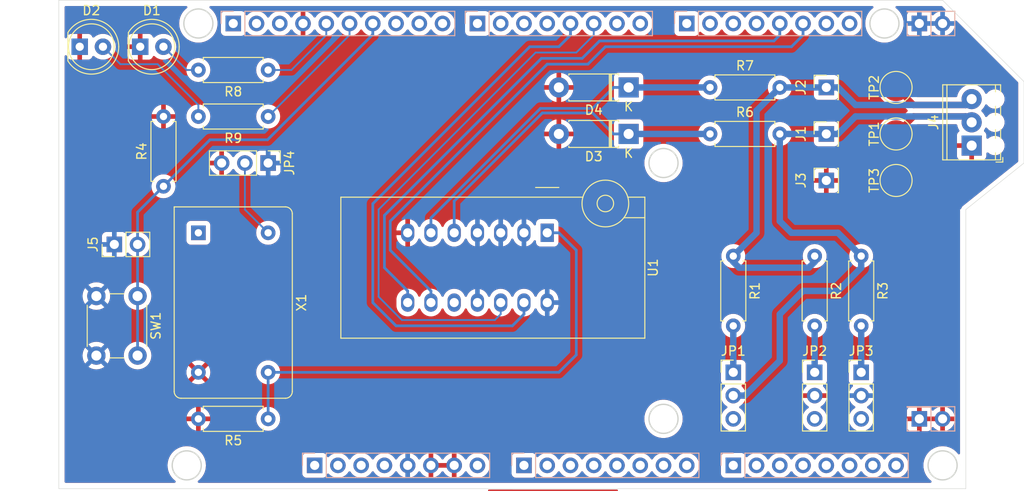
<source format=kicad_pcb>
(kicad_pcb (version 20211014) (generator pcbnew)
  (layers (0 "F.Cu" power) (31 "B.Cu" power) (34 "B.Paste" user) (35 "F.Paste" user) (36 "B.SilkS" user "B.Silkscreen") (37 "F.SilkS" user "F.Silkscreen") (38 "B.Mask" user) (39 "F.Mask" user) (44 "Edge.Cuts" user))
  (net 0 "")
  (net 2 "/IOREF")
  (net 3 "/RESET")
  (net 4 "+3V3")
  (net 5 "+5V")
  (net 6 "GND")
  (net 7 "/VIN")
  (net 8 "/A7")
  (net 9 "/A6")
  (net 10 "/A5")
  (net 11 "/A4")
  (net 12 "/A3")
  (net 13 "/A2")
  (net 14 "/A1")
  (net 15 "/A0")
  (net 16 "/A15")
  (net 17 "/A14")
  (net 18 "/A13")
  (net 19 "/A12")
  (net 20 "/A11")
  (net 21 "/A10")
  (net 22 "/A9")
  (net 23 "/A8")
  (net 24 "Net-(D1-Pad2)")
  (net 25 "/TX3")
  (net 26 "/RX3")
  (net 27 "/TX2")
  (net 28 "/RX2")
  (net 29 "/TX1")
  (net 30 "/SDA")
  (net 31 "/SCL")
  (net 32 "/D7")
  (net 33 "/D6")
  (net 34 "/D5")
  (net 35 "/D4")
  (net 36 "/D2")
  (net 37 "/TX0")
  (net 38 "/RX0")
  (net 39 "/AREF")
  (net 40 "/D13")
  (net 41 "/D12")
  (net 42 "/D10")
  (net 43 "/D9")
  (net 44 "/D8")
  (net 45 "Net-(D2-Pad2)")
  (net 46 "/BUS+")
  (net 47 "/BUS-")
  (net 48 "/CCD+")
  (net 49 "/CCD-")
  (net 50 "Net-(JP4-Pad2)")
  (net 51 "/CLK")
  (net 53 "/SCK")
  (net 54 "/Button")
  (net 55 "/CONTROL")
  (net 56 "/REC")
  (net 59 "Net-(JP2-Pad1)")
  (net 61 "Net-(JP3-Pad1)")
  (net 62 "Net-(JP1-Pad1)")
  (footprint "Resistor_THT:R_Axial_DIN0207_L6.3mm_D2.5mm_P7.62mm_Horizontal" (layer "F.Cu") (at 124.46 83.82 180)
    (fp_text reference "R8" (at 3.81 -2.37) (layer "F.SilkS"))
    (fp_text value "220Ω")
    (fp_line (start 7.08 -1.37) (end 7.08 -1.04) (layer "F.SilkS") (width 0.12))
    (fp_line (start 7.08 1.37) (end 7.08 1.04) (layer "F.SilkS") (width 0.12))
    (fp_line (start 0.54 -1.04) (end 0.54 -1.37) (layer "F.SilkS") (width 0.12))
    (fp_line (start 0.54 1.37) (end 7.08 1.37) (layer "F.SilkS") (width 0.12))
    (fp_line (start 0.54 1.04) (end 0.54 1.37) (layer "F.SilkS") (width 0.12))
    (fp_line (start 0.54 -1.37) (end 7.08 -1.37) (layer "F.SilkS") (width 0.12))
    (pad "1" thru_hole circle (at 0 0 180) (size 1.6 1.6) (drill 0.8) (layers *.Cu *.Mask) (net 40 "/D13"))
    (pad "2" thru_hole oval (at 7.62 0 180) (size 1.6 1.6) (drill 0.8) (layers *.Cu *.Mask) (net 24 "Net-(D1-Pad2)"))
  )
  (footprint "Oscillator:Oscillator_DIP-14" (layer "F.Cu") (at 116.84 101.6 -90)
    (fp_text reference "X1" (at 7.62 -11.26 90) (layer "F.SilkS"))
    (fp_text value "CXO_DIP14")
    (fp_line (start 18.07 1.89) (end 18.07 -9.51) (layer "F.SilkS") (width 0.12))
    (fp_line (start -2.83 2.64) (end 17.32 2.64) (layer "F.SilkS") (width 0.12))
    (fp_line (start -2.83 -9.51) (end -2.83 2.64) (layer "F.SilkS") (width 0.12))
    (fp_line (start 17.32 -10.26) (end -2.08 -10.26) (layer "F.SilkS") (width 0.12))
    (fp_arc (start 18.07 1.89) (mid 17.85033 2.42033) (end 17.32 2.64) (layer "F.SilkS") (width 0.12))
    (fp_arc (start 17.32 -10.26) (mid 17.85033 -10.04033) (end 18.07 -9.51) (layer "F.SilkS") (width 0.12))
    (fp_arc (start -2.83 -9.51) (mid -2.61033 -10.04033) (end -2.08 -10.26) (layer "F.SilkS") (width 0.12))
    (pad "1" thru_hole rect (at 0 0 270) (size 1.6 1.6) (drill 0.8) (layers *.Cu *.Mask))
    (pad "7" thru_hole circle (at 15.24 0 270) (size 1.6 1.6) (drill 0.8) (layers *.Cu *.Mask) (net 6 "GND"))
    (pad "8" thru_hole circle (at 15.24 -7.62 270) (size 1.6 1.6) (drill 0.8) (layers *.Cu *.Mask) (net 51 "/CLK"))
    (pad "14" thru_hole circle (at 0 -7.62 270) (size 1.6 1.6) (drill 0.8) (layers *.Cu *.Mask) (net 50 "Net-(JP4-Pad2)"))
  )
  (footprint "Button_Switch_THT:SW_PUSH_6mm" (layer "F.Cu") (at 110.2 108.51 -90)
    (fp_text reference "SW1" (at 3.25 -2 90) (layer "F.SilkS"))
    (fp_text value "SW_Push")
    (fp_line (start -0.25 1.5) (end -0.25 3) (layer "F.SilkS") (width 0.12))
    (fp_line (start 6.75 3) (end 6.75 1.5) (layer "F.SilkS") (width 0.12))
    (fp_line (start 5.5 -1) (end 1 -1) (layer "F.SilkS") (width 0.12))
    (fp_line (start 1 5.5) (end 5.5 5.5) (layer "F.SilkS") (width 0.12))
    (pad "1" thru_hole circle (at 0 0) (size 2 2) (drill 1.1) (layers *.Cu *.Mask) (net 54 "/Button"))
    (pad "1" thru_hole circle (at 6.5 0) (size 2 2) (drill 1.1) (layers *.Cu *.Mask) (net 54 "/Button"))
    (pad "2" thru_hole circle (at 0 4.5) (size 2 2) (drill 1.1) (layers *.Cu *.Mask) (net 5 "+5V"))
    (pad "2" thru_hole circle (at 6.5 4.5) (size 2 2) (drill 1.1) (layers *.Cu *.Mask) (net 5 "+5V"))
  )
  (footprint "LED_THT:LED_D5.0mm" (layer "F.Cu") (at 110.485 81.28)
    (fp_text reference "D1" (at 1.27 -3.96) (layer "F.SilkS"))
    (fp_text value "LED")
    (fp_line (start -1.29 -1.545) (end -1.29 1.545) (layer "F.SilkS") (width 0.12))
    (fp_arc (start -1.29 -1.54483) (mid 2.072002 -2.880433) (end 4.26 0.000462) (layer "F.SilkS") (width 0.12))
    (fp_arc (start 4.26 -0.000462) (mid 2.072002 2.880433) (end -1.29 1.54483) (layer "F.SilkS") (width 0.12))
    (fp_circle (center 1.27 0) (end 3.77 0) (layer "F.SilkS") (width 0.12) (fill none))
    (pad "1" thru_hole rect (at 0 0) (size 1.8 1.8) (drill 0.9) (layers *.Cu *.Mask) (net 6 "GND"))
    (pad "2" thru_hole circle (at 2.54 0) (size 1.8 1.8) (drill 0.9) (layers *.Cu *.Mask) (net 24 "Net-(D1-Pad2)"))
  )
  (footprint "Resistor_THT:R_Axial_DIN0207_L6.3mm_D2.5mm_P7.62mm_Horizontal" (layer "F.Cu") (at 189.23 104.14 -90)
    (fp_text reference "R3" (at 3.81 -2.37 90) (layer "F.SilkS"))
    (fp_text value "13kΩ")
    (fp_line (start 0.54 -1.04) (end 0.54 -1.37) (layer "F.SilkS") (width 0.12))
    (fp_line (start 7.08 -1.37) (end 7.08 -1.04) (layer "F.SilkS") (width 0.12))
    (fp_line (start 0.54 1.04) (end 0.54 1.37) (layer "F.SilkS") (width 0.12))
    (fp_line (start 0.54 -1.37) (end 7.08 -1.37) (layer "F.SilkS") (width 0.12))
    (fp_line (start 0.54 1.37) (end 7.08 1.37) (layer "F.SilkS") (width 0.12))
    (fp_line (start 7.08 1.37) (end 7.08 1.04) (layer "F.SilkS") (width 0.12))
    (pad "1" thru_hole circle (at 0 0 270) (size 1.6 1.6) (drill 0.8) (layers *.Cu *.Mask) (net 48 "/CCD+"))
    (pad "2" thru_hole oval (at 7.62 0 270) (size 1.6 1.6) (drill 0.8) (layers *.Cu *.Mask) (net 61 "Net-(JP3-Pad1)"))
  )
  (footprint "Connector_PinHeader_2.54mm:PinHeader_1x02_P2.54mm_Vertical" (layer "F.Cu") (at 107.66 102.87 90)
    (fp_text reference "J5" (at 0 -2.33 90) (layer "F.SilkS"))
    (fp_text value "Button")
    (fp_line (start -1.33 1.27) (end 1.33 1.27) (layer "F.SilkS") (width 0.12))
    (fp_line (start -1.33 -1.33) (end 0 -1.33) (layer "F.SilkS") (width 0.12))
    (fp_line (start -1.33 0) (end -1.33 -1.33) (layer "F.SilkS") (width 0.12))
    (fp_line (start -1.33 3.87) (end 1.33 3.87) (layer "F.SilkS") (width 0.12))
    (fp_line (start 1.33 1.27) (end 1.33 3.87) (layer "F.SilkS") (width 0.12))
    (fp_line (start -1.33 1.27) (end -1.33 3.87) (layer "F.SilkS") (width 0.12))
    (pad "1" thru_hole rect (at 0 0 90) (size 1.7 1.7) (drill 1) (layers *.Cu *.Mask) (net 5 "+5V"))
    (pad "2" thru_hole oval (at 0 2.54 90) (size 1.7 1.7) (drill 1) (layers *.Cu *.Mask) (net 54 "/Button"))
  )
  (footprint "Connector_PinHeader_2.54mm:PinHeader_1x03_P2.54mm_Vertical" (layer "F.Cu") (at 175.26 116.84)
    (fp_text reference "JP1" (at 0 -2.33) (layer "F.SilkS"))
    (fp_text value "Termination")
    (fp_line (start -1.33 6.41) (end 1.33 6.41) (layer "F.SilkS") (width 0.12))
    (fp_line (start -1.33 -1.33) (end 0 -1.33) (layer "F.SilkS") (width 0.12))
    (fp_line (start -1.33 1.27) (end -1.33 6.41) (layer "F.SilkS") (width 0.12))
    (fp_line (start -1.33 1.27) (end 1.33 1.27) (layer "F.SilkS") (width 0.12))
    (fp_line (start -1.33 0) (end -1.33 -1.33) (layer "F.SilkS") (width 0.12))
    (fp_line (start 1.33 1.27) (end 1.33 6.41) (layer "F.SilkS") (width 0.12))
    (pad "1" thru_hole rect (at 0 0) (size 1.7 1.7) (drill 1) (layers *.Cu *.Mask) (net 62 "Net-(JP1-Pad1)"))
    (pad "2" thru_hole oval (at 0 2.54) (size 1.7 1.7) (drill 1) (layers *.Cu *.Mask) (net 48 "/CCD+"))
    (pad "3" thru_hole oval (at 0 5.08) (size 1.7 1.7) (drill 1) (layers *.Cu *.Mask))
  )
  (footprint "Diode_THT:D_DO-41_SOD81_P7.62mm_Horizontal" (layer "F.Cu") (at 163.83 90.805 180)
    (fp_text reference "D3" (at 3.81 -2.47) (layer "F.SilkS"))
    (fp_text value "1N4744")
    (fp_text user "K" (at 0 -2.1) (layer "F.SilkS"))
    (fp_line (start 1.09 -1.34) (end 1.09 -1.47) (layer "F.SilkS") (width 0.12))
    (fp_line (start 1.09 1.47) (end 6.53 1.47) (layer "F.SilkS") (width 0.12))
    (fp_line (start 1.09 -1.47) (end 6.53 -1.47) (layer "F.SilkS") (width 0.12))
    (fp_line (start 6.53 1.47) (end 6.53 1.34) (layer "F.SilkS") (width 0.12))
    (fp_line (start 1.09 1.34) (end 1.09 1.47) (layer "F.SilkS") (width 0.12))
    (fp_line (start 1.99 -1.47) (end 1.99 1.47) (layer "F.SilkS") (width 0.12))
    (fp_line (start 2.11 -1.47) (end 2.11 1.47) (layer "F.SilkS") (width 0.12))
    (fp_line (start 1.87 -1.47) (end 1.87 1.47) (layer "F.SilkS") (width 0.12))
    (fp_line (start 6.53 -1.47) (end 6.53 -1.34) (layer "F.SilkS") (width 0.12))
    (pad "1" thru_hole rect (at 0 0 180) (size 2.2 2.2) (drill 1.1) (layers *.Cu *.Mask) (net 46 "/BUS+"))
    (pad "2" thru_hole oval (at 7.62 0 180) (size 2.2 2.2) (drill 1.1) (layers *.Cu *.Mask) (net 6 "GND"))
  )
  (footprint "TestPoint:TestPoint_Pad_D3.0mm" (layer "F.Cu") (at 193.04 90.805 90)
    (fp_text reference "TP1" (at 0 -2.398 90) (layer "F.SilkS"))
    (fp_text value "CCD+")
    (fp_circle (center 0 0) (end 0 1.75) (layer "F.SilkS") (width 0.12) (fill none))
    (pad "1" smd circle (at 0 0 90) (size 3 3) (layers "F.Cu" "F.Mask") (net 48 "/CCD+"))
  )
  (footprint "Connector_PinHeader_2.54mm:PinHeader_1x03_P2.54mm_Vertical" (layer "F.Cu") (at 124.46 93.98 -90)
    (fp_text reference "JP4" (at 0 -2.33 -270) (layer "F.SilkS"))
    (fp_text value "Jumper_NC_Dual")
    (fp_line (start 1.33 1.27) (end 1.33 6.41) (layer "F.SilkS") (width 0.12))
    (fp_line (start -1.33 6.41) (end 1.33 6.41) (layer "F.SilkS") (width 0.12))
    (fp_line (start -1.33 1.27) (end -1.33 6.41) (layer "F.SilkS") (width 0.12))
    (fp_line (start -1.33 1.27) (end 1.33 1.27) (layer "F.SilkS") (width 0.12))
    (fp_line (start -1.33 0) (end -1.33 -1.33) (layer "F.SilkS") (width 0.12))
    (fp_line (start -1.33 -1.33) (end 0 -1.33) (layer "F.SilkS") (width 0.12))
    (pad "1" thru_hole rect (at 0 0 270) (size 1.7 1.7) (drill 1) (layers *.Cu *.Mask) (net 5 "+5V"))
    (pad "2" thru_hole oval (at 0 2.54 270) (size 1.7 1.7) (drill 1) (layers *.Cu *.Mask) (net 50 "Net-(JP4-Pad2)"))
    (pad "3" thru_hole oval (at 0 5.08 270) (size 1.7 1.7) (drill 1) (layers *.Cu *.Mask) (net 6 "GND"))
  )
  (footprint "Connector_PinSocket_2.54mm:PinSocket_1x01_P2.54mm_Vertical" (layer "F.Cu") (at 185.42 90.805 90)
    (fp_text reference "J1" (at 0 -2.77 90) (layer "F.SilkS"))
    (fp_text value "CCD+")
    (fp_line (start -1.33 1.21) (end -1.33 1.33) (layer "F.SilkS") (width 0.12))
    (fp_line (start 1.33 -1.33) (end 1.33 0) (layer "F.SilkS") (width 0.12))
    (fp_line (start 1.33 1.21) (end 1.33 1.33) (layer "F.SilkS") (width 0.12))
    (fp_line (start 0 -1.33) (end 1.33 -1.33) (layer "F.SilkS") (width 0.12))
    (fp_line (start -1.33 1.33) (end 1.33 1.33) (layer "F.SilkS") (width 0.12))
    (pad "1" thru_hole rect (at 0 0 90) (size 1.7 1.7) (drill 1) (layers *.Cu *.Mask) (net 48 "/CCD+"))
  )
  (footprint "TerminalBlock_Phoenix:TerminalBlock_Phoenix_MPT-0,5-3-2.54_1x03_P2.54mm_Horizontal" (layer "F.Cu") (at 201.295 92.075 90)
    (fp_text reference "J4" (at 2.54 -4.16 90) (layer "F.SilkS"))
    (fp_text value "CCD-BUS")
    (fp_line (start -1.8 3.4) (end -1.3 3.4) (layer "F.SilkS") (width 0.12))
    (fp_line (start 5.87 2.6) (end 6.64 2.6) (layer "F.SilkS") (width 0.12))
    (fp_line (start 6.64 -3.16) (end 6.64 3.16) (layer "F.SilkS") (width 0.12))
    (fp_line (start -1.56 2.6) (end -0.79 2.6) (layer "F.SilkS") (width 0.12))
    (fp_line (start 5.87 3.16) (end 6.64 3.16) (layer "F.SilkS") (width 0.12))
    (fp_line (start 0.79 3.16) (end 1.75 3.16) (layer "F.SilkS") (width 0.12))
    (fp_line (start -1.56 -2.7) (end 6.64 -2.7) (layer "F.SilkS") (width 0.12))
    (fp_line (start 3.33 2.6) (end 4.29 2.6) (layer "F.SilkS") (width 0.12))
    (fp_line (start 0.79 2.6) (end 1.75 2.6) (layer "F.SilkS") (width 0.12))
    (fp_line (start -1.56 -3.16) (end -1.56 3.16) (layer "F.SilkS") (width 0.12))
    (fp_line (start -1.56 3.16) (end -0.79 3.16) (layer "F.SilkS") (width 0.12))
    (fp_line (start 3.33 3.16) (end 4.29 3.16) (layer "F.SilkS") (width 0.12))
    (fp_line (start -1.56 -3.16) (end 6.64 -3.16) (layer "F.SilkS") (width 0.12))
    (fp_line (start -1.8 2.66) (end -1.8 3.4) (layer "F.SilkS") (width 0.12))
    (pad "" np_thru_hole circle (at 5.08 2.54 90) (size 1.1 1.1) (drill 1.1) (layers *.Cu *.Mask))
    (pad "" np_thru_hole circle (at 0 2.54 90) (size 1.1 1.1) (drill 1.1) (layers *.Cu *.Mask))
    (pad "" np_thru_hole circle (at 2.54 2.54 90) (size 1.1 1.1) (drill 1.1) (layers *.Cu *.Mask))
    (pad "1" thru_hole rect (at 0 0 90) (size 2.2 2.2) (drill 1.1) (layers *.Cu *.Mask) (net 6 "GND"))
    (pad "2" thru_hole circle (at 2.54 0 90) (size 2.2 2.2) (drill 1.1) (layers *.Cu *.Mask) (net 48 "/CCD+"))
    (pad "3" thru_hole circle (at 5.08 0 90) (size 2.2 2.2) (drill 1.1) (layers *.Cu *.Mask) (net 49 "/CCD-"))
  )
  (footprint "Resistor_THT:R_Axial_DIN0207_L6.3mm_D2.5mm_P7.62mm_Horizontal" (layer "F.Cu") (at 184.15 104.14 -90)
    (fp_text reference "R2" (at 3.81 -2.37 90) (layer "F.SilkS"))
    (fp_text value "13kΩ")
    (fp_line (start 7.08 1.37) (end 7.08 1.04) (layer "F.SilkS") (width 0.12))
    (fp_line (start 0.54 1.37) (end 7.08 1.37) (layer "F.SilkS") (width 0.12))
    (fp_line (start 7.08 -1.37) (end 7.08 -1.04) (layer "F.SilkS") (width 0.12))
    (fp_line (start 0.54 -1.04) (end 0.54 -1.37) (layer "F.SilkS") (width 0.12))
    (fp_line (start 0.54 -1.37) (end 7.08 -1.37) (layer "F.SilkS") (width 0.12))
    (fp_line (start 0.54 1.04) (end 0.54 1.37) (layer "F.SilkS") (width 0.12))
    (pad "1" thru_hole circle (at 0 0 270) (size 1.6 1.6) (drill 0.8) (layers *.Cu *.Mask) (net 49 "/CCD-"))
    (pad "2" thru_hole oval (at 7.62 0 270) (size 1.6 1.6) (drill 0.8) (layers *.Cu *.Mask) (net 59 "Net-(JP2-Pad1)"))
  )
  (footprint "Resistor_THT:R_Axial_DIN0207_L6.3mm_D2.5mm_P7.62mm_Horizontal" (layer "F.Cu") (at 172.72 85.725)
    (fp_text reference "R7" (at 3.81 -2.37) (layer "F.SilkS"))
    (fp_text value "10Ω")
    (fp_line (start 0.54 -1.04) (end 0.54 -1.37) (layer "F.SilkS") (width 0.12))
    (fp_line (start 0.54 1.37) (end 7.08 1.37) (layer "F.SilkS") (width 0.12))
    (fp_line (start 7.08 -1.37) (end 7.08 -1.04) (layer "F.SilkS") (width 0.12))
    (fp_line (start 0.54 -1.37) (end 7.08 -1.37) (layer "F.SilkS") (width 0.12))
    (fp_line (start 7.08 1.37) (end 7.08 1.04) (layer "F.SilkS") (width 0.12))
    (fp_line (start 0.54 1.04) (end 0.54 1.37) (layer "F.SilkS") (width 0.12))
    (pad "1" thru_hole circle (at 0 0) (size 1.6 1.6) (drill 0.8) (layers *.Cu *.Mask) (net 47 "/BUS-"))
    (pad "2" thru_hole oval (at 7.62 0) (size 1.6 1.6) (drill 0.8) (layers *.Cu *.Mask) (net 49 "/CCD-"))
  )
  (footprint "TestPoint:TestPoint_Pad_D3.0mm" (layer "F.Cu") (at 193.04 85.725 90)
    (fp_text reference "TP2" (at 0 -2.398 90) (layer "F.SilkS"))
    (fp_text value "CCD-")
    (fp_circle (center 0 0) (end 0 1.75) (layer "F.SilkS") (width 0.12) (fill none))
    (pad "1" smd circle (at 0 0 90) (size 3 3) (layers "F.Cu" "F.Mask") (net 49 "/CCD-"))
  )
  (footprint "Connector_PinHeader_2.54mm:PinHeader_1x03_P2.54mm_Vertical" (layer "F.Cu") (at 189.23 116.84)
    (fp_text reference "JP3" (at 0 -2.33) (layer "F.SilkS"))
    (fp_text value "BIAS")
    (fp_line (start -1.33 -1.33) (end 0 -1.33) (layer "F.SilkS") (width 0.12))
    (fp_line (start -1.33 1.27) (end -1.33 6.41) (layer "F.SilkS") (width 0.12))
    (fp_line (start -1.33 6.41) (end 1.33 6.41) (layer "F.SilkS") (width 0.12))
    (fp_line (start -1.33 1.27) (end 1.33 1.27) (layer "F.SilkS") (width 0.12))
    (fp_line (start -1.33 0) (end -1.33 -1.33) (layer "F.SilkS") (width 0.12))
    (fp_line (start 1.33 1.27) (end 1.33 6.41) (layer "F.SilkS") (width 0.12))
    (pad "1" thru_hole rect (at 0 0) (size 1.7 1.7) (drill 1) (layers *.Cu *.Mask) (net 61 "Net-(JP3-Pad1)"))
    (pad "2" thru_hole oval (at 0 2.54) (size 1.7 1.7) (drill 1) (layers *.Cu *.Mask) (net 5 "+5V"))
    (pad "3" thru_hole oval (at 0 5.08) (size 1.7 1.7) (drill 1) (layers *.Cu *.Mask))
  )
  (footprint "LED_THT:LED_D5.0mm" (layer "F.Cu") (at 103.881 81.28)
    (fp_text reference "D2" (at 1.27 -3.96) (layer "F.SilkS"))
    (fp_text value "LED")
    (fp_line (start -1.29 -1.545) (end -1.29 1.545) (layer "F.SilkS") (width 0.12))
    (fp_arc (start 4.26 -0.000462) (mid 2.072002 2.880433) (end -1.29 1.54483) (layer "F.SilkS") (width 0.12))
    (fp_arc (start -1.29 -1.54483) (mid 2.072002 -2.880433) (end 4.26 0.000462) (layer "F.SilkS") (width 0.12))
    (fp_circle (center 1.27 0) (end 3.77 0) (layer "F.SilkS") (width 0.12) (fill none))
    (pad "1" thru_hole rect (at 0 0) (size 1.8 1.8) (drill 0.9) (layers *.Cu *.Mask) (net 6 "GND"))
    (pad "2" thru_hole circle (at 2.54 0) (size 1.8 1.8) (drill 0.9) (layers *.Cu *.Mask) (net 45 "Net-(D2-Pad2)"))
  )
  (footprint "Connector_PinSocket_2.54mm:PinSocket_1x01_P2.54mm_Vertical" (layer "F.Cu") (at 185.42 95.885 90)
    (fp_text reference "J3" (at 0 -2.77 90) (layer "F.SilkS"))
    (fp_text value "Ground")
    (fp_line (start -1.33 1.21) (end -1.33 1.33) (layer "F.SilkS") (width 0.12))
    (fp_line (start 0 -1.33) (end 1.33 -1.33) (layer "F.SilkS") (width 0.12))
    (fp_line (start -1.33 1.33) (end 1.33 1.33) (layer "F.SilkS") (width 0.12))
    (fp_line (start 1.33 1.21) (end 1.33 1.33) (layer "F.SilkS") (width 0.12))
    (fp_line (start 1.33 -1.33) (end 1.33 0) (layer "F.SilkS") (width 0.12))
    (pad "1" thru_hole rect (at 0 0 90) (size 1.7 1.7) (drill 1) (layers *.Cu *.Mask) (net 6 "GND"))
  )
  (footprint "Connector_PinSocket_2.54mm:PinSocket_1x01_P2.54mm_Vertical" (layer "F.Cu") (at 185.42 85.725 90)
    (fp_text reference "J2" (at 0 -2.77 90) (layer "F.SilkS"))
    (fp_text value "CCD-")
    (fp_line (start 1.33 1.21) (end 1.33 1.33) (layer "F.SilkS") (width 0.12))
    (fp_line (start -1.33 1.33) (end 1.33 1.33) (layer "F.SilkS") (width 0.12))
    (fp_line (start -1.33 1.21) (end -1.33 1.33) (layer "F.SilkS") (width 0.12))
    (fp_line (start 1.33 -1.33) (end 1.33 0) (layer "F.SilkS") (width 0.12))
    (fp_line (start 0 -1.33) (end 1.33 -1.33) (layer "F.SilkS") (width 0.12))
    (pad "1" thru_hole rect (at 0 0 90) (size 1.7 1.7) (drill 1) (layers *.Cu *.Mask) (net 49 "/CCD-"))
  )
  (footprint "TestPoint:TestPoint_Pad_D3.0mm" (layer "F.Cu") (at 193.04 95.885 90)
    (fp_text reference "TP3" (at 0 -2.398 90) (layer "F.SilkS"))
    (fp_text value "Ground")
    (fp_circle (center 0 0) (end 0 1.75) (layer "F.SilkS") (width 0.12) (fill none))
    (pad "1" smd circle (at 0 0 90) (size 3 3) (layers "F.Cu" "F.Mask") (net 6 "GND"))
  )
  (footprint "Resistor_THT:R_Axial_DIN0207_L6.3mm_D2.5mm_P7.62mm_Horizontal" (layer "F.Cu") (at 172.72 90.805)
    (fp_text reference "R6" (at 3.81 -2.37) (layer "F.SilkS"))
    (fp_text value "10Ω")
    (fp_line (start 7.08 1.37) (end 7.08 1.04) (layer "F.SilkS") (width 0.12))
    (fp_line (start 7.08 -1.37) (end 7.08 -1.04) (layer "F.SilkS") (width 0.12))
    (fp_line (start 0.54 1.04) (end 0.54 1.37) (layer "F.SilkS") (width 0.12))
    (fp_line (start 0.54 1.37) (end 7.08 1.37) (layer "F.SilkS") (width 0.12))
    (fp_line (start 0.54 -1.04) (end 0.54 -1.37) (layer "F.SilkS") (width 0.12))
    (fp_line (start 0.54 -1.37) (end 7.08 -1.37) (layer "F.SilkS") (width 0.12))
    (pad "1" thru_hole circle (at 0 0) (size 1.6 1.6) (drill 0.8) (layers *.Cu *.Mask) (net 46 "/BUS+"))
    (pad "2" thru_hole oval (at 7.62 0) (size 1.6 1.6) (drill 0.8) (layers *.Cu *.Mask) (net 48 "/CCD+"))
  )
  (footprint "Resistor_THT:R_Axial_DIN0207_L6.3mm_D2.5mm_P7.62mm_Horizontal" (layer "F.Cu") (at 124.46 121.92 180)
    (fp_text reference "R5" (at 3.81 -2.37) (layer "F.SilkS"))
    (fp_text value "R")
    (fp_line (start 7.08 -1.37) (end 7.08 -1.04) (layer "F.SilkS") (width 0.12))
    (fp_line (start 0.54 -1.04) (end 0.54 -1.37) (layer "F.SilkS") (width 0.12))
    (fp_line (start 7.08 1.37) (end 7.08 1.04) (layer "F.SilkS") (width 0.12))
    (fp_line (start 0.54 1.04) (end 0.54 1.37) (layer "F.SilkS") (width 0.12))
    (fp_line (start 0.54 1.37) (end 7.08 1.37) (layer "F.SilkS") (width 0.12))
    (fp_line (start 0.54 -1.37) (end 7.08 -1.37) (layer "F.SilkS") (width 0.12))
    (pad "1" thru_hole circle (at 0 0 180) (size 1.6 1.6) (drill 0.8) (layers *.Cu *.Mask) (net 51 "/CLK"))
    (pad "2" thru_hole oval (at 7.62 0 180) (size 1.6 1.6) (drill 0.8) (layers *.Cu *.Mask) (net 6 "GND"))
  )
  (footprint "Socket:DIP_Socket-14_W4.3_W5.08_W7.62_W10.16_W10.9_3M_214-3339-00-0602J" (layer "F.Cu") (at 154.94 101.6 -90)
    (fp_text reference "U1" (at 3.81 -11.56 90) (layer "F.SilkS"))
    (fp_text value "Conn_02x07_Counter_Clockwise")
    (fp_line (start -3.89 -3.9) (end -3.89 22.54) (layer "F.SilkS") (width 0.12))
    (fp_line (start 11.51 -10.66) (end -3.89 -10.66) (layer "F.SilkS") (width 0.12))
    (fp_line (start -4.95 1.27) (end -4.95 -1.27) (layer "F.SilkS") (width 0.12))
    (fp_line (start -1.65 -10.66) (end -1.65 -8.4) (layer "F.SilkS") (width 0.12))
    (fp_line (start -3.89 -10.66) (end -3.89 -8.8) (layer "F.SilkS") (width 0.12))
    (fp_line (start -3.89 22.54) (end 11.51 22.54) (layer "F.SilkS") (width 0.12))
    (fp_line (start 11.51 22.54) (end 11.51 -10.66) (layer "F.SilkS") (width 0.12))
    (fp_circle (center -3.2 -6.35) (end -0.65 -6.35) (layer "F.SilkS") (width 0.12) (fill none))
    (fp_circle (center -3.2 -6.35) (end -2.3 -6.35) (layer "F.SilkS") (width 0.12) (fill none))
    (pad "1" thru_hole rect (at 0 0 270) (size 2 1.44) (drill 1) (layers *.Cu *.Mask) (net 51 "/CLK"))
    (pad "2" thru_hole oval (at 0 2.54 270) (size 2 1.44) (drill 1) (layers *.Cu *.Mask) (net 5 "+5V"))
    (pad "3" thru_hole oval (at 0 5.08 270) (size 2 1.44) (drill 1) (layers *.Cu *.Mask) (net 5 "+5V"))
    (pad "4" thru_hole oval (at 0 7.62 270) (size 2 1.44) (drill 1) (layers *.Cu *.Mask) (net 5 "+5V"))
    (pad "5" thru_hole oval (at 0 10.16 270) (size 2 1.44) (drill 1) (layers *.Cu *.Mask) (net 46 "/BUS+"))
    (pad "6" thru_hole oval (at 0 12.7 270) (size 2 1.44) (drill 1) (layers *.Cu *.Mask) (net 47 "/BUS-"))
    (pad "7" thru_hole oval (at 0 15.24 270) (size 2 1.44) (drill 1) (layers *.Cu *.Mask) (net 6 "GND"))
    (pad "8" thru_hole oval (at 7.62 15.24 270) (size 2 1.44) (drill 1) (layers *.Cu *.Mask) (net 29 "/TX1"))
    (pad "9" thru_hole oval (at 7.62 12.7 270) (size 2 1.44) (drill 1) (layers *.Cu *.Mask) (net 56 "/REC"))
    (pad "10" thru_hole oval (at 7.62 10.16 270) (size 2 1.44) (drill 1) (layers *.Cu *.Mask) (net 53 "/SCK"))
    (pad "11" thru_hole oval (at 7.62 7.62 270) (size 2 1.44) (drill 1) (layers *.Cu *.Mask) (net 5 "+5V"))
    (pad "12" thru_hole oval (at 7.62 5.08 270) (size 2 1.44) (drill 1) (layers *.Cu *.Mask) (net 36 "/D2"))
    (pad "13" thru_hole oval (at 7.62 2.54 270) (size 2 1.44) (drill 1) (layers *.Cu *.Mask) (net 55 "/CONTROL"))
    (pad "14" thru_hole oval (at 7.62 0 270) (size 2 1.44) (drill 1) (layers *.Cu *.Mask) (net 5 "+5V"))
  )
  (footprint "Connector_PinHeader_2.54mm:PinHeader_1x03_P2.54mm_Vertical" (layer "F.Cu") (at 184.15 116.84)
    (fp_text reference "JP2" (at 0 -2.33) (layer "F.SilkS"))
    (fp_text value "BIAS")
    (fp_line (start -1.33 0) (end -1.33 -1.33) (layer "F.SilkS") (width 0.12))
    (fp_line (start -1.33 -1.33) (end 0 -1.33) (layer "F.SilkS") (width 0.12))
    (fp_line (start -1.33 1.27) (end 1.33 1.27) (layer "F.SilkS") (width 0.12))
    (fp_line (start 1.33 1.27) (end 1.33 6.41) (layer "F.SilkS") (width 0.12))
    (fp_line (start -1.33 1.27) (end -1.33 6.41) (layer "F.SilkS") (width 0.12))
    (fp_line (start -1.33 6.41) (end 1.33 6.41) (layer "F.SilkS") (width 0.12))
    (pad "1" thru_hole rect (at 0 0) (size 1.7 1.7) (drill 1) (layers *.Cu *.Mask) (net 59 "Net-(JP2-Pad1)"))
    (pad "2" thru_hole oval (at 0 2.54) (size 1.7 1.7) (drill 1) (layers *.Cu *.Mask) (net 6 "GND"))
    (pad "3" thru_hole oval (at 0 5.08) (size 1.7 1.7) (drill 1) (layers *.Cu *.Mask))
  )
  (footprint "Diode_THT:D_DO-41_SOD81_P7.62mm_Horizontal" (layer "F.Cu") (at 163.83 85.725 180)
    (fp_text reference "D4" (at 3.81 -2.47) (layer "F.SilkS"))
    (fp_text value "1N4744")
    (fp_text user "K" (at 0 -2.1) (layer "F.SilkS"))
    (fp_line (start 1.09 1.34) (end 1.09 1.47) (layer "F.SilkS") (width 0.12))
    (fp_line (start 1.09 1.47) (end 6.53 1.47) (layer "F.SilkS") (width 0.12))
    (fp_line (start 1.09 -1.34) (end 1.09 -1.47) (layer "F.SilkS") (width 0.12))
    (fp_line (start 1.99 -1.47) (end 1.99 1.47) (layer "F.SilkS") (width 0.12))
    (fp_line (start 1.09 -1.47) (end 6.53 -1.47) (layer "F.SilkS") (width 0.12))
    (fp_line (start 2.11 -1.47) (end 2.11 1.47) (layer "F.SilkS") (width 0.12))
    (fp_line (start 6.53 1.47) (end 6.53 1.34) (layer "F.SilkS") (width 0.12))
    (fp_line (start 6.53 -1.47) (end 6.53 -1.34) (layer "F.SilkS") (width 0.12))
    (fp_line (start 1.87 -1.47) (end 1.87 1.47) (layer "F.SilkS") (width 0.12))
    (pad "1" thru_hole rect (at 0 0 180) (size 2.2 2.2) (drill 1.1) (layers *.Cu *.Mask) (net 47 "/BUS-"))
    (pad "2" thru_hole oval (at 7.62 0 180) (size 2.2 2.2) (drill 1.1) (layers *.Cu *.Mask) (net 6 "GND"))
  )
  (footprint "Resistor_THT:R_Axial_DIN0207_L6.3mm_D2.5mm_P7.62mm_Horizontal" (layer "F.Cu") (at 113.03 96.52 90)
    (fp_text reference "R4" (at 3.81 -2.37 90) (layer "F.SilkS"))
    (fp_text value "100kΩ")
    (fp_line (start 7.08 1.37) (end 7.08 1.04) (layer "F.SilkS") (width 0.12))
    (fp_line (start 0.54 -1.04) (end 0.54 -1.37) (layer "F.SilkS") (width 0.12))
    (fp_line (start 7.08 -1.37) (end 7.08 -1.04) (layer "F.SilkS") (width 0.12))
    (fp_line (start 0.54 1.04) (end 0.54 1.37) (layer "F.SilkS") (width 0.12))
    (fp_line (start 0.54 -1.37) (end 7.08 -1.37) (layer "F.SilkS") (width 0.12))
    (fp_line (start 0.54 1.37) (end 7.08 1.37) (layer "F.SilkS") (width 0.12))
    (pad "1" thru_hole circle (at 0 0 90) (size 1.6 1.6) (drill 0.8) (layers *.Cu *.Mask) (net 54 "/Button"))
    (pad "2" thru_hole oval (at 7.62 0 90) (size 1.6 1.6) (drill 0.8) (layers *.Cu *.Mask) (net 6 "GND"))
  )
  (footprint "Resistor_THT:R_Axial_DIN0207_L6.3mm_D2.5mm_P7.62mm_Horizontal" (layer "F.Cu") (at 124.46 88.9 180)
    (fp_text reference "R9" (at 3.81 -2.37) (layer "F.SilkS"))
    (fp_text value "220Ω")
    (fp_line (start 7.08 -1.37) (end 7.08 -1.04) (layer "F.SilkS") (width 0.12))
    (fp_line (start 7.08 1.37) (end 7.08 1.04) (layer "F.SilkS") (width 0.12))
    (fp_line (start 0.54 1.04) (end 0.54 1.37) (layer "F.SilkS") (width 0.12))
    (fp_line (start 0.54 -1.37) (end 7.08 -1.37) (layer "F.SilkS") (width 0.12))
    (fp_line (start 0.54 1.37) (end 7.08 1.37) (layer "F.SilkS") (width 0.12))
    (fp_line (start 0.54 -1.04) (end 0.54 -1.37) (layer "F.SilkS") (width 0.12))
    (pad "1" thru_hole circle (at 0 0 180) (size 1.6 1.6) (drill 0.8) (layers *.Cu *.Mask) (net 41 "/D12"))
    (pad "2" thru_hole oval (at 7.62 0 180) (size 1.6 1.6) (drill 0.8) (layers *.Cu *.Mask) (net 45 "Net-(D2-Pad2)"))
  )
  (footprint "Resistor_THT:R_Axial_DIN0207_L6.3mm_D2.5mm_P7.62mm_Horizontal" (layer "F.Cu") (at 175.26 104.14 -90)
    (fp_text reference "R1" (at 3.81 -2.37 90) (layer "F.SilkS"))
    (fp_text value "120kΩ")
    (fp_line (start 7.08 -1.37) (end 7.08 -1.04) (layer "F.SilkS") (width 0.12))
    (fp_line (start 0.54 1.04) (end 0.54 1.37) (layer "F.SilkS") (width 0.12))
    (fp_line (start 0.54 -1.04) (end 0.54 -1.37) (layer "F.SilkS") (width 0.12))
    (fp_line (start 7.08 1.37) (end 7.08 1.04) (layer "F.SilkS") (width 0.12))
    (fp_line (start 0.54 1.37) (end 7.08 1.37) (layer "F.SilkS") (width 0.12))
    (fp_line (start 0.54 -1.37) (end 7.08 -1.37) (layer "F.SilkS") (width 0.12))
    (pad "1" thru_hole circle (at 0 0 270) (size 1.6 1.6) (drill 0.8) (layers *.Cu *.Mask) (net 49 "/CCD-"))
    (pad "2" thru_hole oval (at 7.62 0 270) (size 1.6 1.6) (drill 0.8) (layers *.Cu *.Mask) (net 62 "Net-(JP1-Pad1)"))
  )
  (footprint "Connector_PinHeader_2.54mm:PinHeader_1x08_P2.54mm_Vertical" (layer "B.Cu") (at 129.54 127 -90)
    (fp_text reference "J6" hide)
    (fp_text value "POWER" hide)
    (fp_line (start -1.33 -1.27) (end -1.33 -19.11) (layer "B.SilkS") (width 0.12))
    (fp_line (start -1.33 1.33) (end 0 1.33) (layer "B.SilkS") (width 0.12))
    (fp_line (start -1.33 0) (end -1.33 1.33) (layer "B.SilkS") (width 0.12))
    (fp_line (start -1.33 -1.27) (end 1.33 -1.27) (layer "B.SilkS") (width 0.12))
    (fp_line (start 1.33 -1.27) (end 1.33 -19.11) (layer "B.SilkS") (width 0.12))
    (fp_line (start -1.33 -19.11) (end 1.33 -19.11) (layer "B.SilkS") (width 0.12))
    (pad "1" thru_hole rect locked (at 0 0 270) (size 1.7 1.7) (drill 1) (layers *.Cu *.Mask))
    (pad "2" thru_hole oval locked (at 0 -2.54 270) (size 1.7 1.7) (drill 1) (layers *.Cu *.Mask) (net 2 "/IOREF"))
    (pad "3" thru_hole oval locked (at 0 -5.08 270) (size 1.7 1.7) (drill 1) (layers *.Cu *.Mask) (net 3 "/RESET"))
    (pad "4" thru_hole oval locked (at 0 -7.62 270) (size 1.7 1.7) (drill 1) (layers *.Cu *.Mask) (net 4 "+3V3"))
    (pad "5" thru_hole oval locked (at 0 -10.16 270) (size 1.7 1.7) (drill 1) (layers *.Cu *.Mask) (net 5 "+5V"))
    (pad "6" thru_hole oval locked (at 0 -12.7 270) (size 1.7 1.7) (drill 1) (layers *.Cu *.Mask) (net 6 "GND"))
    (pad "7" thru_hole oval locked (at 0 -15.24 270) (size 1.7 1.7) (drill 1) (layers *.Cu *.Mask) (net 6 "GND"))
    (pad "8" thru_hole oval locked (at 0 -17.78 270) (size 1.7 1.7) (drill 1) (layers *.Cu *.Mask) (net 7 "/VIN"))
  )
  (footprint "Connector_PinHeader_2.54mm:PinHeader_1x08_P2.54mm_Vertical" (layer "B.Cu") (at 152.4 127 -90)
    (fp_text reference "J7" hide)
    (fp_text value "ANALOG" hide)
    (fp_line (start -1.33 -19.11) (end 1.33 -19.11) (layer "B.SilkS") (width 0.12))
    (fp_line (start -1.33 -1.27) (end 1.33 -1.27) (layer "B.SilkS") (width 0.12))
    (fp_line (start -1.33 1.33) (end 0 1.33) (layer "B.SilkS") (width 0.12))
    (fp_line (start -1.33 -1.27) (end -1.33 -19.11) (layer "B.SilkS") (width 0.12))
    (fp_line (start 1.33 -1.27) (end 1.33 -19.11) (layer "B.SilkS") (width 0.12))
    (fp_line (start -1.33 0) (end -1.33 1.33) (layer "B.SilkS") (width 0.12))
    (pad "1" thru_hole rect locked (at 0 0 270) (size 1.7 1.7) (drill 1) (layers *.Cu *.Mask) (net 15 "/A0"))
    (pad "2" thru_hole oval locked (at 0 -2.54 270) (size 1.7 1.7) (drill 1) (layers *.Cu *.Mask) (net 14 "/A1"))
    (pad "3" thru_hole oval locked (at 0 -5.08 270) (size 1.7 1.7) (drill 1) (layers *.Cu *.Mask) (net 13 "/A2"))
    (pad "4" thru_hole oval locked (at 0 -7.62 270) (size 1.7 1.7) (drill 1) (layers *.Cu *.Mask) (net 12 "/A3"))
    (pad "5" thru_hole oval locked (at 0 -10.16 270) (size 1.7 1.7) (drill 1) (layers *.Cu *.Mask) (net 11 "/A4"))
    (pad "6" thru_hole oval locked (at 0 -12.7 270) (size 1.7 1.7) (drill 1) (layers *.Cu *.Mask) (net 10 "/A5"))
    (pad "7" thru_hole oval locked (at 0 -15.24 270) (size 1.7 1.7) (drill 1) (layers *.Cu *.Mask) (net 9 "/A6"))
    (pad "8" thru_hole oval locked (at 0 -17.78 270) (size 1.7 1.7) (drill 1) (layers *.Cu *.Mask) (net 8 "/A7"))
  )
  (footprint "Connector_PinHeader_2.54mm:PinHeader_1x08_P2.54mm_Vertical" (layer "B.Cu") (at 175.26 127 -90)
    (fp_text reference "J8" hide)
    (fp_text value "ANALOG" hide)
    (fp_line (start 1.33 -1.27) (end 1.33 -19.11) (layer "B.SilkS") (width 0.12))
    (fp_line (start -1.33 1.33) (end 0 1.33) (layer "B.SilkS") (width 0.12))
    (fp_line (start -1.33 -19.11) (end 1.33 -19.11) (layer "B.SilkS") (width 0.12))
    (fp_line (start -1.33 0) (end -1.33 1.33) (layer "B.SilkS") (width 0.12))
    (fp_line (start -1.33 -1.27) (end -1.33 -19.11) (layer "B.SilkS") (width 0.12))
    (fp_line (start -1.33 -1.27) (end 1.33 -1.27) (layer "B.SilkS") (width 0.12))
    (pad "1" thru_hole rect locked (at 0 0 270) (size 1.7 1.7) (drill 1) (layers *.Cu *.Mask) (net 23 "/A8"))
    (pad "2" thru_hole oval locked (at 0 -2.54 270) (size 1.7 1.7) (drill 1) (layers *.Cu *.Mask) (net 22 "/A9"))
    (pad "3" thru_hole oval locked (at 0 -5.08 270) (size 1.7 1.7) (drill 1) (layers *.Cu *.Mask) (net 21 "/A10"))
    (pad "4" thru_hole oval locked (at 0 -7.62 270) (size 1.7 1.7) (drill 1) (layers *.Cu *.Mask) (net 20 "/A11"))
    (pad "5" thru_hole oval locked (at 0 -10.16 270) (size 1.7 1.7) (drill 1) (layers *.Cu *.Mask) (net 19 "/A12"))
    (pad "6" thru_hole oval locked (at 0 -12.7 270) (size 1.7 1.7) (drill 1) (layers *.Cu *.Mask) (net 18 "/A13"))
    (pad "7" thru_hole oval locked (at 0 -15.24 270) (size 1.7 1.7) (drill 1) (layers *.Cu *.Mask) (net 17 "/A14"))
    (pad "8" thru_hole oval locked (at 0 -17.78 270) (size 1.7 1.7) (drill 1) (layers *.Cu *.Mask) (net 16 "/A15"))
  )
  (footprint "Connector_PinHeader_2.54mm:PinHeader_1x08_P2.54mm_Vertical" (layer "B.Cu") (at 147.32 78.74 -90)
    (fp_text reference "J12" hide)
    (fp_text value "PWM" hide)
    (fp_line (start -1.33 1.33) (end 0 1.33) (layer "B.SilkS") (width 0.12))
    (fp_line (start -1.33 -1.27) (end 1.33 -1.27) (layer "B.SilkS") (width 0.12))
    (fp_line (start -1.33 -1.27) (end -1.33 -19.11) (layer "B.SilkS") (width 0.12))
    (fp_line (start -1.33 0) (end -1.33 1.33) (layer "B.SilkS") (width 0.12))
    (fp_line (start -1.33 -19.11) (end 1.33 -19.11) (layer "B.SilkS") (width 0.12))
    (fp_line (start 1.33 -1.27) (end 1.33 -19.11) (layer "B.SilkS") (width 0.12))
    (pad "1" thru_hole rect locked (at 0 0 270) (size 1.7 1.7) (drill 1) (layers *.Cu *.Mask) (net 32 "/D7"))
    (pad "2" thru_hole oval locked (at 0 -2.54 270) (size 1.7 1.7) (drill 1) (layers *.Cu *.Mask) (net 33 "/D6"))
    (pad "3" thru_hole oval locked (at 0 -5.08 270) (size 1.7 1.7) (drill 1) (layers *.Cu *.Mask) (net 34 "/D5"))
    (pad "4" thru_hole oval locked (at 0 -7.62 270) (size 1.7 1.7) (drill 1) (layers *.Cu *.Mask) (net 35 "/D4"))
    (pad "5" thru_hole oval locked (at 0 -10.16 270) (size 1.7 1.7) (drill 1) (layers *.Cu *.Mask) (net 55 "/CONTROL"))
    (pad "6" thru_hole oval locked (at 0 -12.7 270) (size 1.7 1.7) (drill 1) (layers *.Cu *.Mask) (net 36 "/D2"))
    (pad "7" thru_hole oval locked (at 0 -15.24 270) (size 1.7 1.7) (drill 1) (layers *.Cu *.Mask) (net 37 "/TX0"))
    (pad "8" thru_hole oval locked (at 0 -17.78 270) (size 1.7 1.7) (drill 1) (layers *.Cu *.Mask) (net 38 "/RX0"))
  )
  (footprint "Connector_PinHeader_2.54mm:PinHeader_1x10_P2.54mm_Vertical" (layer "B.Cu") (at 120.65 78.74 -90)
    (fp_text reference "J11" hide)
    (fp_text value "PWM" hide)
    (fp_line (start -1.33 -24.19) (end 1.33 -24.19) (layer "B.SilkS") (width 0.12))
    (fp_line (start -1.33 -1.27) (end 1.33 -1.27) (layer "B.SilkS") (width 0.12))
    (fp_line (start -1.33 -1.27) (end -1.33 -24.19) (layer "B.SilkS") (width 0.12))
    (fp_line (start -1.33 1.33) (end 0 1.33) (layer "B.SilkS") (width 0.12))
    (fp_line (start 1.33 -1.27) (end 1.33 -24.19) (layer "B.SilkS") (width 0.12))
    (fp_line (start -1.33 0) (end -1.33 1.33) (layer "B.SilkS") (width 0.12))
    (pad "1" thru_hole rect locked (at 0 0 270) (size 1.7 1.7) (drill 1) (layers *.Cu *.Mask) (net 31 "/SCL"))
    (pad "2" thru_hole oval locked (at 0 -2.54 270) (size 1.7 1.7) (drill 1) (layers *.Cu *.Mask) (net 30 "/SDA"))
    (pad "3" thru_hole oval locked (at 0 -5.08 270) (size 1.7 1.7) (drill 1) (layers *.Cu *.Mask) (net 39 "/AREF"))
    (pad "4" thru_hole oval locked (at 0 -7.62 270) (size 1.7 1.7) (drill 1) (layers *.Cu *.Mask) (net 6 "GND"))
    (pad "5" thru_hole oval locked (at 0 -10.16 270) (size 1.7 1.7) (drill 1) (layers *.Cu *.Mask) (net 40 "/D13"))
    (pad "6" thru_hole oval locked (at 0 -12.7 270) (size 1.7 1.7) (drill 1) (layers *.Cu *.Mask) (net 41 "/D12"))
    (pad "7" thru_hole oval locked (at 0 -15.24 270) (size 1.7 1.7) (drill 1) (layers *.Cu *.Mask) (net 54 "/Button"))
    (pad "8" thru_hole oval locked (at 0 -17.78 270) (size 1.7 1.7) (drill 1) (layers *.Cu *.Mask) (net 42 "/D10"))
    (pad "9" thru_hole oval locked (at 0 -20.32 270) (size 1.7 1.7) (drill 1) (layers *.Cu *.Mask) (net 43 "/D9"))
    (pad "10" thru_hole oval locked (at 0 -22.86 270) (size 1.7 1.7) (drill 1) (layers *.Cu *.Mask) (net 44 "/D8"))
  )
  (footprint "Connector_PinHeader_2.54mm:PinHeader_1x08_P2.54mm_Vertical" (layer "B.Cu") (at 170.18 78.74 -90)
    (fp_text reference "J13" hide)
    (fp_text value "COMMUNICATION" hide)
    (fp_line (start 1.33 -1.27) (end 1.33 -19.11) (layer "B.SilkS") (width 0.12))
    (fp_line (start -1.33 0) (end -1.33 1.33) (layer "B.SilkS") (width 0.12))
    (fp_line (start -1.33 -1.27) (end -1.33 -19.11) (layer "B.SilkS") (width 0.12))
    (fp_line (start -1.33 -1.27) (end 1.33 -1.27) (layer "B.SilkS") (width 0.12))
    (fp_line (start -1.33 1.33) (end 0 1.33) (layer "B.SilkS") (width 0.12))
    (fp_line (start -1.33 -19.11) (end 1.33 -19.11) (layer "B.SilkS") (width 0.12))
    (pad "1" thru_hole rect locked (at 0 0 270) (size 1.7 1.7) (drill 1) (layers *.Cu *.Mask) (net 25 "/TX3"))
    (pad "2" thru_hole oval locked (at 0 -2.54 270) (size 1.7 1.7) (drill 1) (layers *.Cu *.Mask) (net 26 "/RX3"))
    (pad "3" thru_hole oval locked (at 0 -5.08 270) (size 1.7 1.7) (drill 1) (layers *.Cu *.Mask) (net 27 "/TX2"))
    (pad "4" thru_hole oval locked (at 0 -7.62 270) (size 1.7 1.7) (drill 1) (layers *.Cu *.Mask) (net 28 "/RX2"))
    (pad "5" thru_hole oval locked (at 0 -10.16 270) (size 1.7 1.7) (drill 1) (layers *.Cu *.Mask) (net 29 "/TX1"))
    (pad "6" thru_hole oval locked (at 0 -12.7 270) (size 1.7 1.7) (drill 1) (layers *.Cu *.Mask) (net 56 "/REC"))
    (pad "7" thru_hole oval locked (at 0 -15.24 270) (size 1.7 1.7) (drill 1) (layers *.Cu *.Mask) (net 30 "/SDA"))
    (pad "8" thru_hole oval locked (at 0 -17.78 270) (size 1.7 1.7) (drill 1) (layers *.Cu *.Mask) (net 31 "/SCL"))
  )
  (footprint "Connector_PinHeader_2.54mm:PinHeader_2x01_P2.54mm_Vertical" (layer "B.Cu") (at 195.58 121.92)
    (fp_text reference "J9" hide)
    (fp_text value "GND" hide)
    (fp_line (start -1.33 -1.27) (end 1.27 -1.27) (layer "B.SilkS") (width 0.12))
    (fp_line (start 1.27 1.33) (end 3.87 1.33) (layer "B.SilkS") (width 0.12))
    (fp_line (start 3.87 1.33) (end 3.87 -1.33) (layer "B.SilkS") (width 0.12))
    (fp_line (start -1.33 -1.27) (end -1.33 -1.33) (layer "B.SilkS") (width 0.12))
    (fp_line (start 1.27 -1.27) (end 1.27 1.33) (layer "B.SilkS") (width 0.12))
    (fp_line (start -1.33 0) (end -1.33 1.33) (layer "B.SilkS") (width 0.12))
    (fp_line (start -1.33 1.33) (end 0 1.33) (layer "B.SilkS") (width 0.12))
    (fp_line (start -1.33 -1.33) (end 3.87 -1.33) (layer "B.SilkS") (width 0.12))
    (pad "1" thru_hole rect locked (at 0 0) (size 1.7 1.7) (drill 1) (layers *.Cu *.Mask) (net 6 "GND"))
    (pad "2" thru_hole oval locked (at 2.54 0) (size 1.7 1.7) (drill 1) (layers *.Cu *.Mask) (net 6 "GND"))
  )
  (footprint "Connector_PinHeader_2.54mm:PinHeader_2x01_P2.54mm_Vertical" (layer "B.Cu") (at 195.58 78.74)
    (fp_text reference "J10" hide)
    (fp_text value "+5V" hide)
    (fp_line (start -1.33 -1.33) (end 3.87 -1.33) (layer "B.SilkS") (width 0.12))
    (fp_line (start -1.33 -1.27) (end 1.27 -1.27) (layer "B.SilkS") (width 0.12))
    (fp_line (start -1.33 0) (end -1.33 1.33) (layer "B.SilkS") (width 0.12))
    (fp_line (start -1.33 1.33) (end 0 1.33) (layer "B.SilkS") (width 0.12))
    (fp_line (start -1.33 -1.27) (end -1.33 -1.33) (layer "B.SilkS") (width 0.12))
    (fp_line (start 1.27 1.33) (end 3.87 1.33) (layer "B.SilkS") (width 0.12))
    (fp_line (start 3.87 1.33) (end 3.87 -1.33) (layer "B.SilkS") (width 0.12))
    (fp_line (start 1.27 -1.27) (end 1.27 1.33) (layer "B.SilkS") (width 0.12))
    (pad "1" thru_hole rect locked (at 0 0) (size 1.7 1.7) (drill 1) (layers *.Cu *.Mask) (net 5 "+5V"))
    (pad "2" thru_hole oval locked (at 2.54 0) (size 1.7 1.7) (drill 1) (layers *.Cu *.Mask) (net 5 "+5V"))
  )
  (gr_line (start 101.6 76.2) (end 101.6 129.54) (layer "Edge.Cuts") (width 0.05))
  (gr_circle (center 116.84 78.74) (end 118.4275 78.74) (layer "Edge.Cuts") (width 0.15) (fill none))
  (gr_circle (center 167.64 121.92) (end 169.2275 121.92) (layer "Edge.Cuts") (width 0.15) (fill none))
  (gr_circle (center 198.12 127) (end 199.7075 127) (layer "Edge.Cuts") (width 0.15) (fill none))
  (gr_line (start 101.6 129.54) (end 200.66 129.54) (layer "Edge.Cuts") (width 0.05))
  (gr_circle (center 115.57 127) (end 117.1575 127) (layer "Edge.Cuts") (width 0.15) (fill none))
  (gr_line (start 200.66 129.54) (end 200.66 99.06) (layer "Edge.Cuts") (width 0.05))
  (gr_line (start 207.01 93.98) (end 207.01 85.09) (layer "Edge.Cuts") (width 0.05))
  (gr_line (start 101.6 76.2) (end 198.12 76.2) (layer "Edge.Cuts") (width 0.05))
  (gr_line (start 198.12 76.2) (end 207.01 85.09) (layer "Edge.Cuts") (width 0.05))
  (gr_circle (center 167.64 93.98) (end 169.2275 93.98) (layer "Edge.Cuts") (width 0.15) (fill none))
  (gr_line (start 200.66 99.06) (end 207.01 93.98) (layer "Edge.Cuts") (width 0.05))
  (gr_circle (center 191.77 78.74) (end 193.3575 78.74) (layer "Edge.Cuts") (width 0.15) (fill none))
  (segment (start 148.59 129.73952) (end 151.13 129.73952) (width 0.2) (layer "F.Cu") (net 0))
  (segment (start 148.59 129.73952) (end 162.56 129.73952) (width 0.2) (layer "F.Cu") (net 0))
  (segment (start 116.84 83.82) (end 115.565 83.82) (width 0.2) (layer "B.Cu") (net 24))
  (segment (start 115.565 83.82) (end 113.025 81.28) (width 0.2) (layer "B.Cu") (net 24))
  (segment (start 158.75 82.55) (end 160.655 80.645) (width 0.3) (layer "B.Cu") (net 29))
  (segment (start 139.7 107.95) (end 139.7 109.22) (width 0.3) (layer "B.Cu") (net 29))
  (segment (start 180.34 78.74) (end 180.34 80.01) (width 0.3) (layer "B.Cu") (net 29))
  (segment (start 154.305 82.55) (end 137.16 99.695) (width 0.3) (layer "B.Cu") (net 29))
  (segment (start 137.16 105.41) (end 139.7 107.95) (width 0.3) (layer "B.Cu") (net 29))
  (segment (start 137.16 99.695) (end 137.16 105.41) (width 0.3) (layer "B.Cu") (net 29))
  (segment (start 154.305 82.55) (end 158.75 82.55) (width 0.3) (layer "B.Cu") (net 29))
  (segment (start 179.705 80.645) (end 180.34 80.01) (width 0.3) (layer "B.Cu") (net 29))
  (segment (start 160.655 80.645) (end 179.705 80.645) (width 0.3) (layer "B.Cu") (net 29))
  (segment (start 139.065 111.125) (end 136.525 108.585) (width 0.2) (layer "B.Cu") (net 36))
  (segment (start 153.67 81.915) (end 136.525 99.06) (width 0.2) (layer "B.Cu") (net 36))
  (segment (start 149.86 109.22) (end 149.86 110.49) (width 0.2) (layer "B.Cu") (net 36))
  (segment (start 149.86 110.49) (end 149.225 111.125) (width 0.2) (layer "B.Cu") (net 36))
  (segment (start 160.02 80.01) (end 158.115 81.915) (width 0.2) (layer "B.Cu") (net 36))
  (segment (start 160.02 78.74) (end 160.02 80.01) (width 0.2) (layer "B.Cu") (net 36))
  (segment (start 149.225 111.125) (end 139.065 111.125) (width 0.2) (layer "B.Cu") (net 36))
  (segment (start 136.525 108.585) (end 136.525 99.06) (width 0.2) (layer "B.Cu") (net 36))
  (segment (start 158.115 81.915) (end 153.67 81.915) (width 0.2) (layer "B.Cu") (net 36))
  (segment (start 127 83.82) (end 124.46 83.82) (width 0.2) (layer "B.Cu") (net 40))
  (segment (start 130.81 80.01) (end 127 83.82) (width 0.2) (layer "B.Cu") (net 40))
  (segment (start 130.81 78.74) (end 130.81 80.01) (width 0.2) (layer "B.Cu") (net 40))
  (segment (start 124.46 88.9) (end 133.35 80.01) (width 0.2) (layer "B.Cu") (net 41))
  (segment (start 133.35 78.74) (end 133.35 80.01) (width 0.2) (layer "B.Cu") (net 41))
  (segment (start 106.421 81.28) (end 108.326 83.185) (width 0.2) (layer "B.Cu") (net 45))
  (segment (start 108.326 83.185) (end 112.395 83.185) (width 0.2) (layer "B.Cu") (net 45))
  (segment (start 112.395 83.185) (end 116.84 87.63) (width 0.2) (layer "B.Cu") (net 45))
  (segment (start 116.84 88.9) (end 116.84 87.63) (width 0.2) (layer "B.Cu") (net 45))
  (segment (start 144.78 98.143554) (end 154.408554 88.515) (width 0.3) (layer "B.Cu") (net 46))
  (segment (start 144.78 101.6) (end 144.78 98.143554) (width 0.3) (layer "B.Cu") (net 46))
  (segment (start 154.408554 88.515) (end 159.889999 88.515) (width 0.3) (layer "B.Cu") (net 46))
  (segment (start 159.889999 88.515) (end 162.179999 90.805) (width 0.3) (layer "B.Cu") (net 46))
  (segment (start 172.72 90.805) (end 163.83 90.805) (width 0.7) (layer "B.Cu") (net 46))
  (segment (start 162.179999 90.805) (end 163.83 90.805) (width 0.3) (layer "B.Cu") (net 46))
  (segment (start 159.889999 88.015) (end 162.179999 85.725) (width 0.3) (layer "B.Cu") (net 47))
  (segment (start 142.24 101.6) (end 142.24 99.976446) (width 0.3) (layer "B.Cu") (net 47))
  (segment (start 172.72 85.725) (end 163.83 85.725) (width 0.7) (layer "B.Cu") (net 47))
  (segment (start 154.201446 88.015) (end 159.889999 88.015) (width 0.3) (layer "B.Cu") (net 47))
  (segment (start 162.179999 85.725) (end 163.83 85.725) (width 0.3) (layer "B.Cu") (net 47))
  (segment (start 142.24 99.976446) (end 154.201446 88.015) (width 0.3) (layer "B.Cu") (net 47))
  (segment (start 194.955 88.89) (end 193.04 90.805) (width 0.7) (layer "F.Cu") (net 48))
  (segment (start 200.65 88.89) (end 194.955 88.89) (width 0.7) (layer "F.Cu") (net 48))
  (segment (start 201.295 89.535) (end 200.65 88.89) (width 0.7) (layer "F.Cu") (net 48))
  (segment (start 189.23 104.14) (end 186.69 101.6) (width 0.7) (layer "B.Cu") (net 48))
  (segment (start 189.23 104.14) (end 189.23 105.41) (width 0.7) (layer "B.Cu") (net 48))
  (segment (start 189.23 105.41) (end 186.69 107.95) (width 0.7) (layer "B.Cu") (net 48))
  (segment (start 185.42 90.805) (end 180.34 90.805) (width 0.7) (layer "B.Cu") (net 48))
  (segment (start 188.610001 88.89) (end 200.65 88.89) (width 0.7) (layer "B.Cu") (net 48))
  (segment (start 200.65 88.89) (end 201.295 89.535) (width 0.7) (layer "B.Cu") (net 48))
  (segment (start 180.34 100.33) (end 181.61 101.6) (width 0.7) (layer "B.Cu") (net 48))
  (segment (start 180.34 115.57) (end 180.34 110.49) (width 0.7) (layer "B.Cu") (net 48))
  (segment (start 175.26 119.38) (end 176.53 119.38) (width 0.7) (layer "B.Cu") (net 48))
  (segment (start 182.88 107.95) (end 180.34 110.49) (width 0.7) (layer "B.Cu") (net 48))
  (segment (start 185.42 90.805) (end 186.695001 90.805) (width 0.7) (layer "B.Cu") (net 48))
  (segment (start 186.695001 90.805) (end 188.610001 88.89) (width 0.7) (layer "B.Cu") (net 48))
  (segment (start 176.53 119.38) (end 180.34 115.57) (width 0.7) (layer "B.Cu") (net 48))
  (segment (start 186.69 107.95) (end 182.88 107.95) (width 0.7) (layer "B.Cu") (net 48))
  (segment (start 186.69 101.6) (end 181.61 101.6) (width 0.7) (layer "B.Cu") (net 48))
  (segment (start 180.34 90.805) (end 180.34 100.33) (width 0.7) (layer "B.Cu") (net 48))
  (segment (start 194.955 87.64) (end 193.04 85.725) (width 0.7) (layer "F.Cu") (net 49))
  (segment (start 201.295 86.995) (end 200.65 87.64) (width 0.7) (layer "F.Cu") (net 49))
  (segment (start 200.65 87.64) (end 194.955 87.64) (width 0.7) (layer "F.Cu") (net 49))
  (segment (start 177.8 101.6) (end 175.26 104.14) (width 0.7) (layer "B.Cu") (net 49))
  (segment (start 175.26 104.14) (end 175.26 104.775) (width 0.7) (layer "B.Cu") (net 49))
  (segment (start 180.34 85.725) (end 177.8 88.265) (width 0.7) (layer "B.Cu") (net 49))
  (segment (start 186.695001 85.725) (end 188.610001 87.64) (width 0.7) (layer "B.Cu") (net 49))
  (segment (start 175.26 104.775) (end 175.895 105.41) (width 0.7) (layer "B.Cu") (net 49))
  (segment (start 188.610001 87.64) (end 200.65 87.64) (width 0.7) (layer "B.Cu") (net 49))
  (segment (start 177.8 88.265) (end 177.8 101.6) (width 0.7) (layer "B.Cu") (net 49))
  (segment (start 184.15 104.14) (end 184.15 104.775) (width 0.7) (layer "B.Cu") (net 49))
  (segment (start 184.15 104.775) (end 183.515 105.41) (width 0.7) (layer "B.Cu") (net 49))
  (segment (start 185.42 85.725) (end 186.695001 85.725) (width 0.7) (layer "B.Cu") (net 49))
  (segment (start 200.65 87.64) (end 201.295 86.995) (width 0.7) (layer "B.Cu") (net 49))
  (segment (start 185.42 85.725) (end 180.34 85.725) (width 0.7) (layer "B.Cu") (net 49))
  (segment (start 183.515 105.41) (end 175.895 105.41) (width 0.7) (layer "B.Cu") (net 49))
  (segment (start 121.92 93.98) (end 121.92 99.06) (width 0.2) (layer "B.Cu") (net 50))
  (segment (start 121.92 99.06) (end 124.46 101.6) (width 0.2) (layer "B.Cu") (net 50))
  (segment (start 124.46 116.84) (end 156.21 116.84) (width 0.3) (layer "B.Cu") (net 51))
  (segment (start 154.94 101.6) (end 156.21 101.6) (width 0.3) (layer "B.Cu") (net 51))
  (segment (start 158.115 114.935) (end 156.21 116.84) (width 0.3) (layer "B.Cu") (net 51))
  (segment (start 158.115 103.505) (end 158.115 114.935) (width 0.3) (layer "B.Cu") (net 51))
  (segment (start 156.21 101.6) (end 158.115 103.505) (width 0.3) (layer "B.Cu") (net 51))
  (segment (start 124.46 116.84) (end 124.46 121.92) (width 0.3) (layer "B.Cu") (net 51))
  (segment (start 110.2 108.51) (end 110.2 102.87) (width 0.3) (layer "B.Cu") (net 54))
  (segment (start 110.2 99.35) (end 113.03 96.52) (width 0.3) (layer "B.Cu") (net 54))
  (segment (start 124.392081 91.44) (end 135.822081 80.01) (width 0.3) (layer "B.Cu") (net 54))
  (segment (start 135.822081 80.01) (end 135.89 80.01) (width 0.3) (layer "B.Cu") (net 54))
  (segment (start 113.03 96.52) (end 118.11 91.44) (width 0.3) (layer "B.Cu") (net 54))
  (segment (start 135.89 78.74) (end 135.89 80.01) (width 0.3) (layer "B.Cu") (net 54))
  (segment (start 110.2 115.01) (end 110.2 108.51) (width 0.3) (layer "B.Cu") (net 54))
  (segment (start 110.2 102.87) (end 110.2 99.35) (width 0.3) (layer "B.Cu") (net 54))
  (segment (start 118.11 91.44) (end 124.392081 91.44) (width 0.3) (layer "B.Cu") (net 54))
  (segment (start 135.89 98.425) (end 153.035 81.28) (width 0.3) (layer "B.Cu") (net 55))
  (segment (start 135.89 109.22) (end 135.89 98.425) (width 0.3) (layer "B.Cu") (net 55))
  (segment (start 157.48 78.74) (end 157.48 80.01) (width 0.3) (layer "B.Cu") (net 55))
  (segment (start 138.43 111.76) (end 135.89 109.22) (width 0.3) (layer "B.Cu") (net 55))
  (segment (start 152.4 109.22) (end 152.4 110.49) (width 0.3) (layer "B.Cu") (net 55))
  (segment (start 152.4 110.49) (end 151.13 111.76) (width 0.3) (layer "B.Cu") (net 55))
  (segment (start 157.48 80.01) (end 156.21 81.28) (width 0.3) (layer "B.Cu") (net 55))
  (segment (start 156.21 81.28) (end 153.035 81.28) (width 0.3) (layer "B.Cu") (net 55))
  (segment (start 151.13 111.76) (end 138.43 111.76) (width 0.3) (layer "B.Cu") (net 55))
  (segment (start 142.24 107.95) (end 137.795 103.505) (width 0.3) (layer "B.Cu") (net 56))
  (segment (start 137.795 100.33) (end 154.94 83.185) (width 0.3) (layer "B.Cu") (net 56))
  (segment (start 137.795 103.505) (end 137.795 100.33) (width 0.3) (layer "B.Cu") (net 56))
  (segment (start 159.385 83.185) (end 161.29 81.28) (width 0.3) (layer "B.Cu") (net 56))
  (segment (start 142.24 109.22) (end 142.24 107.95) (width 0.3) (layer "B.Cu") (net 56))
  (segment (start 161.29 81.28) (end 181.61 81.28) (width 0.3) (layer "B.Cu") (net 56))
  (segment (start 154.94 83.185) (end 159.385 83.185) (width 0.3) (layer "B.Cu") (net 56))
  (segment (start 181.61 81.28) (end 182.88 80.01) (width 0.3) (layer "B.Cu") (net 56))
  (segment (start 182.88 80.01) (end 182.88 78.74) (width 0.3) (layer "B.Cu") (net 56))
  (segment (start 184.15 111.76) (end 184.15 116.84) (width 0.7) (layer "B.Cu") (net 59))
  (segment (start 189.23 111.76) (end 189.23 116.84) (width 0.7) (layer "B.Cu") (net 61))
  (segment (start 175.26 111.76) (end 175.26 116.84) (width 0.7) (layer "B.Cu") (net 62))
  (zone (net 6) (net_name "GND") (layer "F.Cu") (connect_pads (clearance 0.508)) (min_thickness 0.254) (fill yes (thermal_gap 0.508) (thermal_bridge_width 0.508))
    (polygon (pts (xy 200.025 78.74) (xy 202.565 81.28) (xy 206.375 85.09) (xy 206.375 93.98) (xy 200.025 99.06) (xy 200.025 128.905) (xy 102.235 128.905) (xy 102.235 76.835) (xy 198.12 76.835)))
  )
  (zone (net 5) (net_name "+5V") (layer "B.Cu") (connect_pads (clearance 0.508)) (min_thickness 0.254) (fill yes (thermal_gap 0.508) (thermal_bridge_width 0.508))
    (polygon (pts (xy 200.66 79.375) (xy 202.565 81.28) (xy 206.375 85.09) (xy 206.375 93.98) (xy 200.025 99.06) (xy 200.025 128.905) (xy 102.235 128.905) (xy 102.235 76.835) (xy 198.12 76.835)))
  )
)
</source>
